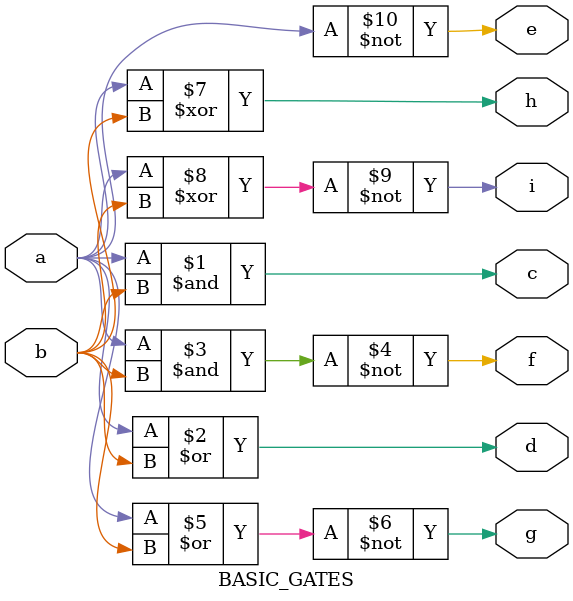
<source format=v>
`timescale 10ns / 1ps

module BASIC_GATES(
    input a,
    input b,
    output c,
    output d,
    output e,
    output f,
    output g,
    output h,
    output i
    );
    and g1(c,a,b);
    or g2(d,a,b);
    not g3(e,a);
    nand g4(f,a,b);
    nor g5(g,a,b);
    xor g6(h,a,b);
    xnor g7(i,a,b);
endmodule

</source>
